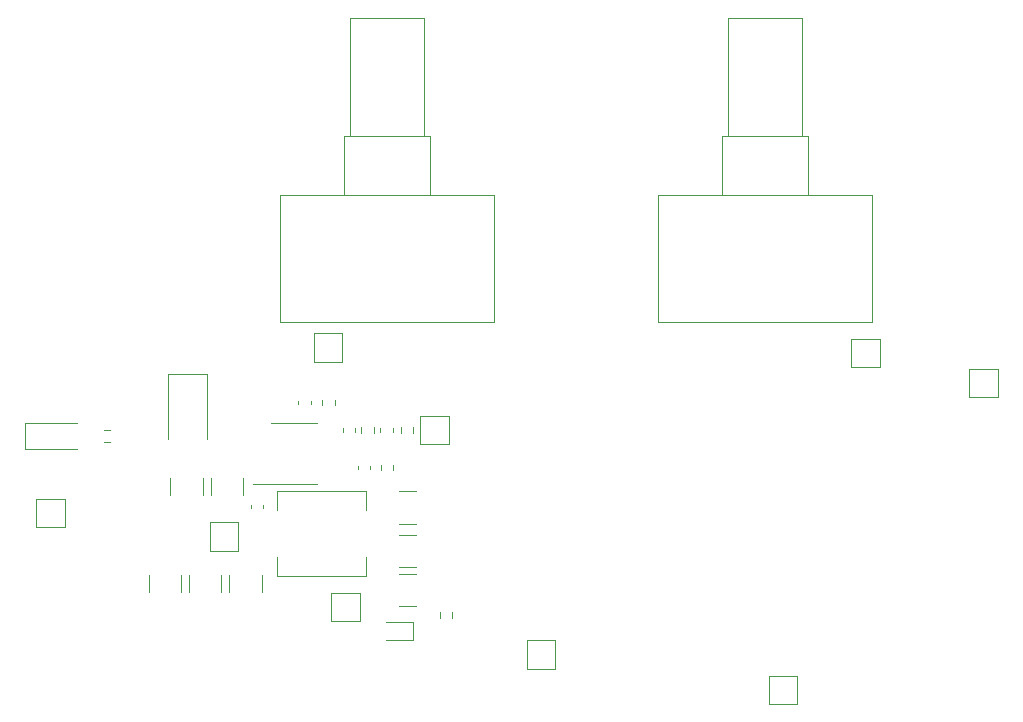
<source format=gbr>
%TF.GenerationSoftware,KiCad,Pcbnew,(7.0.0)*%
%TF.CreationDate,2023-06-19T20:16:09-07:00*%
%TF.ProjectId,main_board,6d61696e-5f62-46f6-9172-642e6b696361,B*%
%TF.SameCoordinates,Original*%
%TF.FileFunction,Legend,Bot*%
%TF.FilePolarity,Positive*%
%FSLAX46Y46*%
G04 Gerber Fmt 4.6, Leading zero omitted, Abs format (unit mm)*
G04 Created by KiCad (PCBNEW (7.0.0)) date 2023-06-19 20:16:09*
%MOMM*%
%LPD*%
G01*
G04 APERTURE LIST*
%ADD10C,0.120000*%
G04 APERTURE END LIST*
D10*
%TO.C,TP6*%
X174300000Y-51800000D02*
X174300000Y-54200000D01*
X174300000Y-54200000D02*
X176700000Y-54200000D01*
X176700000Y-51800000D02*
X174300000Y-51800000D01*
X176700000Y-54200000D02*
X176700000Y-51800000D01*
%TO.C,C6*%
X125998854Y-62200091D02*
X127421358Y-62200091D01*
X125998854Y-64920091D02*
X127421358Y-64920091D01*
%TO.C,TP1*%
X110010106Y-64800000D02*
X110010106Y-67200000D01*
X110010106Y-67200000D02*
X112410106Y-67200000D01*
X112410106Y-64800000D02*
X110010106Y-64800000D01*
X112410106Y-67200000D02*
X112410106Y-64800000D01*
%TO.C,R2*%
X124487606Y-60397349D02*
X124487606Y-59922833D01*
X125532606Y-60397349D02*
X125532606Y-59922833D01*
%TO.C,TP10*%
X127800000Y-55800000D02*
X127800000Y-58200000D01*
X127800000Y-58200000D02*
X130200000Y-58200000D01*
X130200000Y-55800000D02*
X127800000Y-55800000D01*
X130200000Y-58200000D02*
X130200000Y-55800000D01*
%TO.C,C7*%
X112770106Y-61048839D02*
X112770106Y-62471343D01*
X110050106Y-61048839D02*
X110050106Y-62471343D01*
%TO.C,R7*%
X129477500Y-72912258D02*
X129477500Y-72437742D01*
X130522500Y-72912258D02*
X130522500Y-72437742D01*
%TO.C,R1*%
X122817500Y-57222349D02*
X122817500Y-56747833D01*
X123862500Y-57222349D02*
X123862500Y-56747833D01*
%TO.C,R3*%
X126162606Y-57237258D02*
X126162606Y-56762742D01*
X127207606Y-57237258D02*
X127207606Y-56762742D01*
%TO.C,D1*%
X94340000Y-56390000D02*
X98750000Y-56390000D01*
X94340000Y-58610000D02*
X94340000Y-56390000D01*
X98750000Y-58610000D02*
X94340000Y-58610000D01*
%TO.C,L1*%
X115650106Y-62200091D02*
X115650106Y-63750091D01*
X115650106Y-62200091D02*
X123170106Y-62200091D01*
X115650106Y-69320091D02*
X115650106Y-67770091D01*
X115650106Y-69320091D02*
X123170106Y-69320091D01*
X123170106Y-62200091D02*
X123170106Y-63750091D01*
X123170106Y-69320091D02*
X123170106Y-67770091D01*
%TO.C,RV1*%
X128120000Y-22080000D02*
X121880000Y-22080000D01*
X128620000Y-32080000D02*
X121380000Y-32080000D01*
X128120000Y-32080000D02*
X128120000Y-22080000D01*
X121880000Y-32080000D02*
X121880000Y-22080000D01*
X134070000Y-37080000D02*
X115930000Y-37080000D01*
X128620000Y-37080000D02*
X128620000Y-32080000D01*
X121380000Y-37080000D02*
X121380000Y-32080000D01*
X134070000Y-47820000D02*
X134070000Y-37080000D01*
X134070000Y-47820000D02*
X115930000Y-47820000D01*
X115930000Y-47820000D02*
X115930000Y-37080000D01*
%TO.C,C12*%
X108240000Y-70711252D02*
X108240000Y-69288748D01*
X110960000Y-70711252D02*
X110960000Y-69288748D01*
%TO.C,R4*%
X119517499Y-54887258D02*
X119517499Y-54412742D01*
X120562499Y-54887258D02*
X120562499Y-54412742D01*
%TO.C,TP5*%
X139200000Y-77200000D02*
X139200000Y-74800000D01*
X139200000Y-74800000D02*
X136800000Y-74800000D01*
X136800000Y-77200000D02*
X139200000Y-77200000D01*
X136800000Y-74800000D02*
X136800000Y-77200000D01*
%TO.C,C9*%
X125998852Y-65900090D02*
X127421356Y-65900090D01*
X125998852Y-68620090D02*
X127421356Y-68620090D01*
%TO.C,C4*%
X118510000Y-54509419D02*
X118510000Y-54790579D01*
X117490000Y-54509419D02*
X117490000Y-54790579D01*
%TO.C,C1*%
X109370106Y-61048839D02*
X109370106Y-62471343D01*
X106650106Y-61048839D02*
X106650106Y-62471343D01*
%TO.C,R5*%
X101062742Y-56977500D02*
X101537258Y-56977500D01*
X101062742Y-58022500D02*
X101537258Y-58022500D01*
%TO.C,C11*%
X114360000Y-69288748D02*
X114360000Y-70711252D01*
X111640000Y-69288748D02*
X111640000Y-70711252D01*
%TO.C,D3*%
X127157499Y-74735000D02*
X124872499Y-74735000D01*
X127157499Y-73265000D02*
X127157499Y-74735000D01*
X124872499Y-73265000D02*
X127157499Y-73265000D01*
%TO.C,D2*%
X109760106Y-52250091D02*
X109760106Y-57760091D01*
X106460106Y-52250091D02*
X109760106Y-52250091D01*
X106460106Y-52250091D02*
X106460106Y-57760091D01*
%TO.C,C10*%
X122500104Y-60300669D02*
X122500104Y-60019509D01*
X123520104Y-60300669D02*
X123520104Y-60019509D01*
%TO.C,C13*%
X104840000Y-70711252D02*
X104840000Y-69288748D01*
X107560000Y-70711252D02*
X107560000Y-69288748D01*
%TO.C,TP4*%
X159700000Y-80200000D02*
X159700000Y-77800000D01*
X159700000Y-77800000D02*
X157300000Y-77800000D01*
X157300000Y-80200000D02*
X159700000Y-80200000D01*
X157300000Y-77800000D02*
X157300000Y-80200000D01*
%TO.C,C8*%
X125998854Y-69200091D02*
X127421358Y-69200091D01*
X125998854Y-71920091D02*
X127421358Y-71920091D01*
%TO.C,U1*%
X117110000Y-56440000D02*
X115160000Y-56440000D01*
X117110000Y-56440000D02*
X119060000Y-56440000D01*
X117110000Y-61560000D02*
X113660000Y-61560000D01*
X117110000Y-61560000D02*
X119060000Y-61560000D01*
%TO.C,TP3*%
X121200000Y-51200000D02*
X121200000Y-48800000D01*
X121200000Y-48800000D02*
X118800000Y-48800000D01*
X118800000Y-51200000D02*
X121200000Y-51200000D01*
X118800000Y-48800000D02*
X118800000Y-51200000D01*
%TO.C,TP7*%
X166700000Y-51700000D02*
X166700000Y-49300000D01*
X166700000Y-49300000D02*
X164300000Y-49300000D01*
X164300000Y-51700000D02*
X166700000Y-51700000D01*
X164300000Y-49300000D02*
X164300000Y-51700000D01*
%TO.C,TP11*%
X97700000Y-65200000D02*
X97700000Y-62800000D01*
X97700000Y-62800000D02*
X95300000Y-62800000D01*
X95300000Y-65200000D02*
X97700000Y-65200000D01*
X95300000Y-62800000D02*
X95300000Y-65200000D01*
%TO.C,TP9*%
X120260000Y-70800000D02*
X120260000Y-73200000D01*
X120260000Y-73200000D02*
X122660000Y-73200000D01*
X122660000Y-70800000D02*
X120260000Y-70800000D01*
X122660000Y-73200000D02*
X122660000Y-70800000D01*
%TO.C,C5*%
X121230000Y-57125671D02*
X121230000Y-56844511D01*
X122250000Y-57125671D02*
X122250000Y-56844511D01*
%TO.C,RV2*%
X160120000Y-22080000D02*
X153880000Y-22080000D01*
X160620000Y-32080000D02*
X153380000Y-32080000D01*
X160120000Y-32080000D02*
X160120000Y-22080000D01*
X153880000Y-32080000D02*
X153880000Y-22080000D01*
X166070000Y-37080000D02*
X147930000Y-37080000D01*
X160620000Y-37080000D02*
X160620000Y-32080000D01*
X153380000Y-37080000D02*
X153380000Y-32080000D01*
X166070000Y-47820000D02*
X166070000Y-37080000D01*
X166070000Y-47820000D02*
X147930000Y-47820000D01*
X147930000Y-47820000D02*
X147930000Y-37080000D01*
%TO.C,C3*%
X114520106Y-63319511D02*
X114520106Y-63600671D01*
X113500106Y-63319511D02*
X113500106Y-63600671D01*
%TO.C,C2*%
X124429999Y-57125671D02*
X124429999Y-56844511D01*
X125449999Y-57125671D02*
X125449999Y-56844511D01*
%TD*%
M02*

</source>
